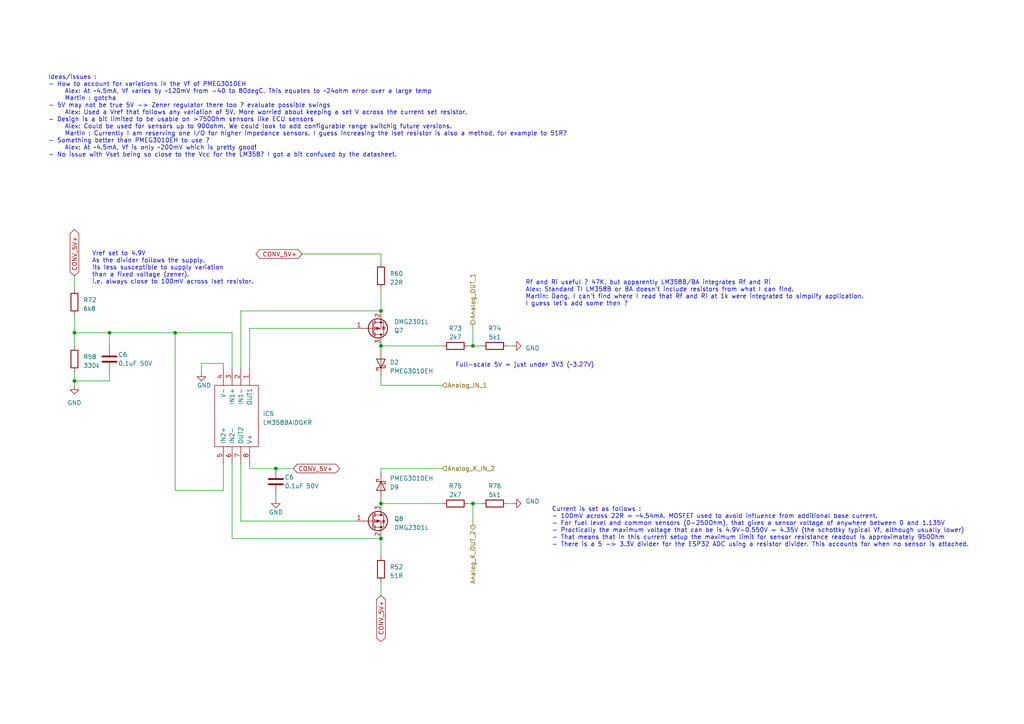
<source format=kicad_sch>
(kicad_sch (version 20230121) (generator eeschema)
  (paper "A4")
  (title_block (title "Dual Op-Amp Constant current source resistive sensor") (date "2023-05-14") (rev "1.2.1") (comment 1 "https://github.com/martinroger/VXDash") (comment 2 "https://cadlab.io/projects/vxdash"))
  (lib_symbols
    (symbol "Device:C" (pin_numbers hide) (pin_names (offset 0.254))
      (property "Reference" "C" (at 0.635 2.54 0))
      (property "Value" "C" (at 0.635 -2.54 0))
      (symbol "C_0_1"
        (polyline (pts (xy -2.032 -0.762) (xy 2.032 -0.762)) (stroke (width 0.508)))
        (polyline (pts (xy -2.032 0.762) (xy 2.032 0.762)) (stroke (width 0.508)))
      )
      (symbol "C_1_1"
        (pin passive line (at 0 3.81 270) (length 2.794) (name "~") (number "1"))
        (pin passive line (at 0 -3.81 90) (length 2.794) (name "~") (number "2"))
      )
    )
    (symbol "Device:Q_PMOS_GSD" (pin_names (offset 0) hide)
      (property "Reference" "Q" (at 5.08 1.27 0))
      (property "Value" "Q_PMOS_GSD" (at 5.08 -1.27 0))
      (symbol "Q_PMOS_GSD_0_1"
        (polyline (pts (xy 0.254 0) (xy -2.54 0)))
        (polyline (pts (xy 0.254 1.905) (xy 0.254 -1.905)) (stroke (width 0.254)))
        (polyline (pts (xy 0.762 -1.27) (xy 0.762 -2.286)) (stroke (width 0.254)))
        (polyline (pts (xy 0.762 0.508) (xy 0.762 -0.508)) (stroke (width 0.254)))
        (polyline (pts (xy 0.762 2.286) (xy 0.762 1.27)) (stroke (width 0.254)))
        (polyline (pts (xy 2.54 2.54) (xy 2.54 1.778)))
        (polyline (pts (xy 2.54 -2.54) (xy 2.54 0) (xy 0.762 0)))
        (polyline (pts (xy 0.762 1.778) (xy 3.302 1.778) (xy 3.302 -1.778) (xy 0.762 -1.778)))
        (polyline (pts (xy 2.286 0) (xy 1.27 0.381) (xy 1.27 -0.381) (xy 2.286 0)) (fill (type outline)))
        (polyline (pts (xy 2.794 -0.508) (xy 2.921 -0.381) (xy 3.683 -0.381) (xy 3.81 -0.254)))
        (polyline (pts (xy 3.302 -0.381) (xy 2.921 0.254) (xy 3.683 0.254) (xy 3.302 -0.381)))
        (circle (center 1.651 0) (radius 2.794) (stroke (width 0.254)))
        (circle (center 2.54 -1.778) (radius 0.254) (fill (type outline)))
        (circle (center 2.54 1.778) (radius 0.254) (fill (type outline)))
      )
      (symbol "Q_PMOS_GSD_1_1"
        (pin input line (at -5.08 0 0) (length 2.54) (name "G") (number "1"))
        (pin passive line (at 2.54 -5.08 90) (length 2.54) (name "S") (number "2"))
        (pin passive line (at 2.54 5.08 270) (length 2.54) (name "D") (number "3"))
      )
    )
    (symbol "Device:R" (pin_numbers hide) (pin_names (offset 0))
      (property "Reference" "R" (at 2.032 0 90))
      (property "Value" "R" (at 0 0 90))
      (symbol "R_0_1"
        (rectangle (start -1.016 -2.54) (end 1.016 2.54) (stroke (width 0.254)))
      )
      (symbol "R_1_1"
        (pin passive line (at 0 3.81 270) (length 1.27) (name "~") (number "1"))
        (pin passive line (at 0 -3.81 90) (length 1.27) (name "~") (number "2"))
      )
    )
    (symbol "Diode:PMEG3010EH" (pin_numbers hide) (pin_names hide)
      (property "Reference" "D" (at 0 2.54 0))
      (property "Value" "PMEG3010EH" (at 0 -2.54 0))
      (symbol "PMEG3010EH_0_1"
        (polyline (pts (xy 1.27 0) (xy -1.27 0)))
        (polyline (pts (xy 1.27 1.27) (xy 1.27 -1.27) (xy -1.27 0) (xy 1.27 1.27)) (stroke (width 0.2032)))
        (polyline (pts (xy -1.905 0.635) (xy -1.905 1.27) (xy -1.27 1.27) (xy -1.27 -1.27) (xy -0.635 -1.27) (xy -0.635 -0.635)) (stroke (width 0.2032)))
      )
      (symbol "PMEG3010EH_1_1"
        (pin passive line (at -3.81 0 0) (length 2.54) (name "K") (number "1"))
        (pin passive line (at 3.81 0 180) (length 2.54) (name "A") (number "2"))
      )
    )
    (symbol "SamacSys_Parts:LM358BAIDGKR" (pin_names (offset 0.762))
      (property "Reference" "IC" (at 24.13 7.62 0))
      (property "Value" "LM358BAIDGKR" (at 24.13 5.08 0))
      (symbol "LM358BAIDGKR_0_0"
        (pin passive line (at 0 0 0) (length 5.08) (name "OUT1") (number "1"))
        (pin passive line (at 0 -2.54 0) (length 5.08) (name "IN1-") (number "2"))
        (pin passive line (at 0 -5.08 0) (length 5.08) (name "IN1+") (number "3"))
        (pin passive line (at 0 -7.62 0) (length 5.08) (name "V-") (number "4"))
        (pin passive line (at 27.94 -7.62 180) (length 5.08) (name "IN2+") (number "5"))
        (pin passive line (at 27.94 -5.08 180) (length 5.08) (name "IN2-") (number "6"))
        (pin passive line (at 27.94 -2.54 180) (length 5.08) (name "OUT2") (number "7"))
        (pin passive line (at 27.94 0 180) (length 5.08) (name "V+") (number "8"))
      )
      (symbol "LM358BAIDGKR_0_1"
        (polyline (pts (xy 5.08 2.54) (xy 22.86 2.54) (xy 22.86 -10.16) (xy 5.08 -10.16) (xy 5.08 2.54)) (stroke (width 0.1524)))
      )
    )
    (symbol "power:GND" (power) (pin_names (offset 0))
      (property "Value" "GND" (at 0 -3.81 0))
      (symbol "GND_0_1"
        (polyline (pts (xy 0 0) (xy 0 -1.27) (xy 1.27 -1.27) (xy 0 -2.54) (xy -1.27 -1.27) (xy 0 -1.27)))
      )
      (symbol "GND_1_1"
        (pin power_in line (at 0 0 270) (length 0) hide (name "GND") (number "1"))
      )
    )
  )
  (junction (at 137.16 100.33))
  (junction (at 31.75 96.52))
  (junction (at 80.01 135.89))
  (junction (at 21.59 96.52))
  (junction (at 21.59 110.49))
  (junction (at 110.49 146.05))
  (junction (at 110.49 90.17))
  (junction (at 50.8 96.52))
  (junction (at 110.49 100.33))
  (junction (at 110.49 156.21))
  (junction (at 137.16 146.05))
  (wire (pts (xy 67.31 134.62) (xy 67.31 156.21)))
  (wire (pts (xy 110.49 146.05) (xy 110.49 144.78)))
  (wire (pts (xy 21.59 96.52) (xy 21.59 100.33)))
  (wire (pts (xy 147.32 146.05) (xy 148.59 146.05)))
  (wire (pts (xy 110.49 83.82) (xy 110.49 90.17)))
  (wire (pts (xy 72.39 135.89) (xy 80.01 135.89)))
  (wire (pts (xy 110.49 73.66) (xy 110.49 76.2)))
  (wire (pts (xy 21.59 91.44) (xy 21.59 96.52)))
  (wire (pts (xy 69.85 90.17) (xy 110.49 90.17)))
  (wire (pts (xy 110.49 111.76) (xy 128.27 111.76)))
  (wire (pts (xy 31.75 96.52) (xy 31.75 100.33)))
  (wire (pts (xy 110.49 109.22) (xy 110.49 111.76)))
  (wire (pts (xy 64.77 134.62) (xy 64.77 142.24)))
  (wire (pts (xy 72.39 134.62) (xy 72.39 135.89)))
  (wire (pts (xy 110.49 172.72) (xy 110.49 168.91)))
  (wire (pts (xy 110.49 100.33) (xy 110.49 101.6)))
  (wire (pts (xy 72.39 106.68) (xy 72.39 95.25)))
  (wire (pts (xy 87.63 73.66) (xy 110.49 73.66)))
  (wire (pts (xy 50.8 142.24) (xy 50.8 96.52)))
  (wire (pts (xy 69.85 151.13) (xy 102.87 151.13)))
  (wire (pts (xy 110.49 100.33) (xy 128.27 100.33)))
  (wire (pts (xy 80.01 144.78) (xy 80.01 143.51)))
  (wire (pts (xy 58.42 105.41) (xy 64.77 105.41)))
  (wire (pts (xy 21.59 110.49) (xy 21.59 111.76)))
  (wire (pts (xy 137.16 146.05) (xy 137.16 152.4)))
  (wire (pts (xy 139.7 100.33) (xy 137.16 100.33)))
  (wire (pts (xy 21.59 96.52) (xy 31.75 96.52)))
  (wire (pts (xy 72.39 95.25) (xy 102.87 95.25)))
  (wire (pts (xy 147.32 100.33) (xy 148.59 100.33)))
  (wire (pts (xy 50.8 96.52) (xy 67.31 96.52)))
  (wire (pts (xy 67.31 106.68) (xy 67.31 96.52)))
  (wire (pts (xy 31.75 107.95) (xy 31.75 110.49)))
  (wire (pts (xy 135.89 100.33) (xy 137.16 100.33)))
  (wire (pts (xy 31.75 96.52) (xy 50.8 96.52)))
  (wire (pts (xy 137.16 146.05) (xy 139.7 146.05)))
  (wire (pts (xy 64.77 142.24) (xy 50.8 142.24)))
  (wire (pts (xy 69.85 134.62) (xy 69.85 151.13)))
  (wire (pts (xy 137.16 93.98) (xy 137.16 100.33)))
  (wire (pts (xy 135.89 146.05) (xy 137.16 146.05)))
  (wire (pts (xy 58.42 107.95) (xy 58.42 105.41)))
  (wire (pts (xy 21.59 110.49) (xy 31.75 110.49)))
  (wire (pts (xy 21.59 107.95) (xy 21.59 110.49)))
  (wire (pts (xy 21.59 80.01) (xy 21.59 83.82)))
  (wire (pts (xy 110.49 161.29) (xy 110.49 156.21)))
  (wire (pts (xy 110.49 146.05) (xy 128.27 146.05)))
  (wire (pts (xy 110.49 156.21) (xy 67.31 156.21)))
  (wire (pts (xy 64.77 105.41) (xy 64.77 106.68)))
  (wire (pts (xy 69.85 106.68) (xy 69.85 90.17)))
  (wire (pts (xy 128.27 135.89) (xy 110.49 135.89)))
  (wire (pts (xy 80.01 135.89) (xy 85.09 135.89)))
  (wire (pts (xy 110.49 135.89) (xy 110.49 137.16)))
  (text "Current is set as follows :\n- 100mV across 22R = ~4.54mA. MOSFET used to avoid influence from additional base current.\n- For fuel level and common sensors (0-250Ohm), that gives a sensor voltage of anywhere between 0 and 1.135V\n- Practically the maximum voltage that can be is 4.9V-0.550V = 4.35V (the schottky typical Vf, although usually lower)\n- That means that in this current setup the maximum limit for sensor resistance readout is approximately 950Ohm\n- There is a 5 -> 3.3V divider for the ESP32 ADC using a resistor divider. This accounts for when no sensor is attached." (at 160.02 158.75 0) (effects (font (size 1.27 1.27)) (justify left bottom)))
  (text "Vref set to 4.9V\nAs the divider follows the supply,\nits less susceptible to supply variation \nthan a fixed voltage (zener).\ni.e. always close to 100mV across Iset resistor." (at 26.67 82.55 0) (effects (font (size 1.27 1.27)) (justify left bottom)))
  (text "Ideas/issues : \n- How to account for variations in the Vf of PMEG3010EH\n	Alex: At ~4.5mA, Vf varies by ~120mV from -40 to 80degC. This equates to ~24ohm error over a large temp\n	Martin : gotcha\n- 5V may not be true 5V -> Zener regulator there too ? evaluate possible swings\n	Alex: Used a Vref that follows any variation of 5V. More worried about keeping a set V across the current set resistor.\n- Design is a bit limited to be usable on >750Ohm sensors like ECU sensors\n	Alex: Could be used for sensors up to 900ohm. We could look to add configurable range switchig future versions.\n	Martin : Currently I am reserving one I/O for higher impedance sensors. I guess increasing the Iset resistor is also a method, for example to 51R?\n- Something better than PMEG3010EH to use ?\n	Alex: At ~4.5mA, Vf is only ~200mV which is pretty good!\n- No issue with Vset being so close to the Vcc for the LM358? I got a bit confused by the datasheet." (at 13.97 45.72 0) (effects (font (size 1.27 1.27)) (justify left bottom)))
  (text "Full-scale 5V = just under 3V3 (~3.27V)" (at 132.08 106.68 0) (effects (font (size 1.27 1.27)) (justify left bottom)))
  (text "Rf and Ri useful ? 47K, but apparently LM358B/BA integrates Rf and Ri\nAlex: Standard TI LM358B or BA doesn't include resistors from what I can find.\nMartin: Dang, I can't find where I read that Rf and Ri at 1k were integrated to simplify application. \nI guess let's add some then ?" (at 152.4 88.9 0) (effects (font (size 1.27 1.27)) (justify left bottom)))
  (global_label "CONV_5V+" (shape bidirectional) (at 85.09 135.89 0) (property "Intersheetrefs" "${INTERSHEET_REFS}" (effects hide)))
  (global_label "CONV_5V+" (shape bidirectional) (at 21.59 80.01 90) (property "Intersheetrefs" "${INTERSHEET_REFS}" (effects hide)))
  (global_label "CONV_5V+" (shape bidirectional) (at 110.49 172.72 270) (property "Intersheetrefs" "${INTERSHEET_REFS}" (effects hide)))
  (global_label "CONV_5V+" (shape bidirectional) (at 87.63 73.66 180) (property "Intersheetrefs" "${INTERSHEET_REFS}" (effects hide)))
  (hierarchical_label "Analog_K_OUT_2" (shape output) (at 137.16 152.4 270))
  (hierarchical_label "Analog_IN_1" (shape input) (at 128.27 111.76 0))
  (hierarchical_label "Analog_OUT_1" (shape output) (at 137.16 93.98 90))
  (hierarchical_label "Analog_K_IN_2" (shape input) (at 128.27 135.89 0))
  (symbol (lib_id "Device:C") (at 80.01 139.7 0) (mirror x) (unit 1)
    (property "Reference" "C6" (at 82.55 138.43 0) (effects (justify left)))
    (property "Value" "0.1uF 50V" (at 82.55 140.97 0) (effects (justify left)))
    (property "Footprint" "Capacitor_SMD:C_0603_1608Metric" (effects hide))
    (property "Datasheet" "https://media.digikey.com/pdf/Data%20Sheets/Samsung%20PDFs/CL10B104KB8NNWC_Spec.pdf" (effects hide))
    (property "Manufacturer_Part_Number" "CL10B104KB8NNWC" (effects hide))
    (property "Manufacturer_Name" "Samsung" (effects hide))
    (property "Description" "CAP CER 0.1UF 50V X7R 0603" (effects hide))
    (instances (project "DashSpy" (path "" (reference "C6") (unit 1))) (project "VXDash" (path "" (reference "C35") (unit 1)) (path "" (reference "C37") (unit 1)) (path "" (reference "C13") (unit 1)) (path "" (reference "C14") (unit 1)) (path "" (reference "C42") (unit 1))))
  )
  (symbol (lib_id "Device:R") (at 21.59 87.63 0) (unit 1)
    (property "Reference" "R72" (at 24.13 86.995 0) (effects (justify left)))
    (property "Value" "6k8" (at 24.13 89.535 0) (effects (justify left)))
    (property "Footprint" "Resistor_SMD:R_0603_1608Metric" (effects hide))
    (instances (project "VXDash" (path "" (reference "R72") (unit 1)) (path "" (reference "R48") (unit 1)) (path "" (reference "R56") (unit 1))))
  )
  (symbol (lib_id "Diode:PMEG3010EH") (at 110.49 105.41 90) (unit 1)
    (property "Reference" "D2" (at 113.03 105.0925 90) (effects (justify right)))
    (property "Value" "PMEG3010EH" (at 113.03 107.6325 90) (effects (justify right)))
    (property "Footprint" "Diode_SMD:D_SOD-123F" (effects hide))
    (property "Datasheet" "https://assets.nexperia.com/documents/data-sheet/PMEG3010EH_EJ_ET.pdf" (effects hide))
    (property "Description" "DIODE SCHOTTKY 30V 1A SOD123F" (effects hide))
    (property "Manufacturer_Name" "Nexperia" (effects hide))
    (property "Manufacturer_Part_Number" "PMEG3010EH,115" (effects hide))
    (instances (project "VXDash" (path "" (reference "D2") (unit 1)) (path "" (reference "D3") (unit 1)) (path "" (reference "D5") (unit 1))))
  )
  (symbol (lib_id "power:GND") (at 148.59 146.05 90) (mirror x) (unit 1)
    (property "Reference" "#PWR072" (effects hide))
    (property "Value" "GND" (at 152.4 145.415 90) (effects (justify right)))
    (instances (project "VXDash" (path "" (reference "#PWR072") (unit 1)) (path "" (reference "#PWR073") (unit 1)) (path "" (reference "#PWR076") (unit 1))))
  )
  (symbol (lib_id "Device:R") (at 110.49 165.1 0) (unit 1)
    (property "Reference" "R52" (at 113.03 164.465 0) (effects (justify left)))
    (property "Value" "51R" (at 113.03 167.005 0) (effects (justify left)))
    (property "Footprint" "Resistor_SMD:R_0603_1608Metric" (effects hide))
    (instances (project "VXDash" (path "" (reference "R52") (unit 1)) (path "" (reference "R50") (unit 1)) (path "" (reference "R66") (unit 1))))
  )
  (symbol (lib_id "Device:R") (at 132.08 100.33 90) (unit 1)
    (property "Reference" "R73" (at 132.08 95.25 90))
    (property "Value" "2k7" (at 132.08 97.79 90))
    (property "Footprint" "Resistor_SMD:R_0603_1608Metric" (effects hide))
    (property "Description" "RES 2.7K OHM 1% 1/10W 0603" (effects hide))
    (instances (project "VXDash" (path "" (reference "R73") (unit 1)) (path "" (reference "R51") (unit 1)) (path "" (reference "R67") (unit 1))))
  )
  (symbol (lib_id "power:GND") (at 148.59 100.33 90) (unit 1)
    (property "Reference" "#PWR071" (effects hide))
    (property "Value" "GND" (at 152.4 100.965 90) (effects (justify right)))
    (instances (project "VXDash" (path "" (reference "#PWR071") (unit 1)) (path "" (reference "#PWR061") (unit 1)) (path "" (reference "#PWR075") (unit 1))))
  )
  (symbol (lib_id "Device:R") (at 132.08 146.05 90) (mirror x) (unit 1)
    (property "Reference" "R75" (at 132.08 140.97 90))
    (property "Value" "2k7" (at 132.08 143.51 90))
    (property "Footprint" "Resistor_SMD:R_0603_1608Metric" (effects hide))
    (property "Description" "RES 2.7K OHM 1% 1/10W 0603" (effects hide))
    (instances (project "VXDash" (path "" (reference "R75") (unit 1)) (path "" (reference "R53") (unit 1)) (path "" (reference "R68") (unit 1))))
  )
  (symbol (lib_id "power:GND") (at 58.42 107.95 0) (unit 1)
    (property "Reference" "#PWR064" (effects hide))
    (property "Value" "GND" (at 57.15 111.76 0) (effects (justify left)))
    (instances (project "VXDash" (path "" (reference "#PWR064") (unit 1)) (path "" (reference "#PWR059") (unit 1)) (path "" (reference "#PWR063") (unit 1))))
  )
  (symbol (lib_id "Device:Q_PMOS_GSD") (at 107.95 95.25 0) (mirror x) (unit 1)
    (property "Reference" "Q7" (at 114.3 95.885 0) (effects (justify left)))
    (property "Value" "DMG2301L" (at 114.3 93.345 0) (effects (justify left)))
    (property "Footprint" "Package_TO_SOT_SMD:SOT-23" (effects hide))
    (instances (project "VXDash" (path "" (reference "Q7") (unit 1)) (path "" (reference "Q3") (unit 1)) (path "" (reference "Q5") (unit 1))))
  )
  (symbol (lib_id "Device:R") (at 143.51 100.33 90) (unit 1)
    (property "Reference" "R74" (at 143.51 95.25 90))
    (property "Value" "5k1" (at 143.51 97.79 90))
    (property "Footprint" "Resistor_SMD:R_0603_1608Metric" (effects hide))
    (property "Description" "RES 5.1K OHM 1% 1/10W 0603" (effects hide))
    (instances (project "VXDash" (path "" (reference "R74") (unit 1)) (path "" (reference "R54") (unit 1)) (path "" (reference "R69") (unit 1))))
  )
  (symbol (lib_id "Device:R") (at 21.59 104.14 0) (unit 1)
    (property "Reference" "R58" (at 24.13 103.505 0) (effects (justify left)))
    (property "Value" "330k" (at 24.13 106.045 0) (effects (justify left)))
    (property "Footprint" "Resistor_SMD:R_0603_1608Metric" (effects hide))
    (instances (project "VXDash" (path "" (reference "R58") (unit 1)) (path "" (reference "R57") (unit 1)) (path "" (reference "R59") (unit 1))))
  )
  (symbol (lib_id "Device:R") (at 110.49 80.01 0) (unit 1)
    (property "Reference" "R60" (at 113.03 79.375 0) (effects (justify left)))
    (property "Value" "22R" (at 113.03 81.915 0) (effects (justify left)))
    (property "Footprint" "Resistor_SMD:R_0603_1608Metric" (effects hide))
    (instances (project "VXDash" (path "" (reference "R60") (unit 1)) (path "" (reference "R49") (unit 1)) (path "" (reference "R61") (unit 1))))
  )
  (symbol (lib_id "Device:Q_PMOS_GSD") (at 107.95 151.13 0) (unit 1)
    (property "Reference" "Q8" (at 114.3 150.495 0) (effects (justify left)))
    (property "Value" "DMG2301L" (at 114.3 153.035 0) (effects (justify left)))
    (property "Footprint" "Package_TO_SOT_SMD:SOT-23" (effects hide))
    (instances (project "VXDash" (path "" (reference "Q8") (unit 1)) (path "" (reference "Q4") (unit 1)) (path "" (reference "Q6") (unit 1))))
  )
  (symbol (lib_id "Device:C") (at 31.75 104.14 0) (mirror x) (unit 1)
    (property "Reference" "C6" (at 34.29 102.87 0) (effects (justify left)))
    (property "Value" "0.1uF 50V" (at 34.29 105.41 0) (effects (justify left)))
    (property "Footprint" "Capacitor_SMD:C_0603_1608Metric" (effects hide))
    (property "Datasheet" "https://media.digikey.com/pdf/Data%20Sheets/Samsung%20PDFs/CL10B104KB8NNWC_Spec.pdf" (effects hide))
    (property "Manufacturer_Part_Number" "CL10B104KB8NNWC" (effects hide))
    (property "Manufacturer_Name" "Samsung" (effects hide))
    (property "Description" "CAP CER 0.1UF 50V X7R 0603" (effects hide))
    (instances (project "DashSpy" (path "" (reference "C6") (unit 1))) (project "VXDash" (path "" (reference "C35") (unit 1)) (path "" (reference "C37") (unit 1)) (path "" (reference "C41") (unit 1)) (path "" (reference "C40") (unit 1)) (path "" (reference "C15") (unit 1))))
  )
  (symbol (lib_id "power:GND") (at 80.01 144.78 0) (unit 1)
    (property "Reference" "#PWR069" (effects hide))
    (property "Value" "GND" (at 80.01 148.59 0))
    (instances (project "VXDash" (path "" (reference "#PWR069") (unit 1)) (path "" (reference "#PWR060") (unit 1)) (path "" (reference "#PWR074") (unit 1))))
  )
  (symbol (lib_id "Device:R") (at 143.51 146.05 90) (mirror x) (unit 1)
    (property "Reference" "R76" (at 143.51 140.97 90))
    (property "Value" "5k1" (at 143.51 143.51 90))
    (property "Footprint" "Resistor_SMD:R_0603_1608Metric" (effects hide))
    (property "Description" "RES 5.1K OHM 1% 1/10W 0603" (effects hide))
    (instances (project "VXDash" (path "" (reference "R76") (unit 1)) (path "" (reference "R55") (unit 1)) (path "" (reference "R70") (unit 1))))
  )
  (symbol (lib_id "power:GND") (at 21.59 111.76 0) (unit 1)
    (property "Reference" "#PWR070" (effects hide))
    (property "Value" "GND" (at 21.59 116.84 0))
    (instances (project "VXDash" (path "" (reference "#PWR070") (unit 1)) (path "" (reference "#PWR058") (unit 1)) (path "" (reference "#PWR062") (unit 1))))
  )
  (symbol (lib_id "Diode:PMEG3010EH") (at 110.49 140.97 90) (mirror x) (unit 1)
    (property "Reference" "D9" (at 113.03 141.2875 90) (effects (justify right)))
    (property "Value" "PMEG3010EH" (at 113.03 138.7475 90) (effects (justify right)))
    (property "Footprint" "Diode_SMD:D_SOD-123F" (effects hide))
    (property "Datasheet" "https://assets.nexperia.com/documents/data-sheet/PMEG3010EH_EJ_ET.pdf" (effects hide))
    (property "Description" "DIODE SCHOTTKY 30V 1A SOD123F" (effects hide))
    (property "Manufacturer_Name" "Nexperia" (effects hide))
    (property "Manufacturer_Part_Number" "PMEG3010EH,115" (effects hide))
    (instances (project "VXDash" (path "" (reference "D9") (unit 1)) (path "" (reference "D4") (unit 1)) (path "" (reference "D6") (unit 1))))
  )
  (symbol (lib_id "SamacSys_Parts:LM358BAIDGKR") (at 72.39 106.68 270) (unit 1)
    (property "Reference" "IC5" (at 76.2 120.015 90) (effects (justify left)))
    (property "Value" "LM358BAIDGKR" (at 76.2 122.555 90) (effects (justify left)))
    (property "Footprint" "SOP65P490X110-8N" (effects hide))
    (property "Datasheet" "https://www.ti.com/lit/ds/symlink/lm358ba.pdf" (effects hide))
    (property "Description" "Operational Amplifiers - Op Amps Industry-standard dual operational amplifier 8-SOIC -40 to 85" (effects hide))
    (property "Height" "1.1" (effects hide))
    (property "Manufacturer_Name" "Texas Instruments" (effects hide))
    (property "Manufacturer_Part_Number" "LM358BAIDGKR" (effects hide))
    (property "Mouser Part Number" "595-LM358BAIDGKR" (effects hide))
    (property "Mouser Price/Stock" "https://www.mouser.co.uk/ProductDetail/Texas-Instruments/LM358BAIDGKR?qs=e8oIoAS2J1R%252B6%252BUOvsCJXA%3D%3D" (effects hide))
    (property "Arrow Part Number" "LM358BAIDGKR" (effects hide))
    (property "Arrow Price/Stock" "https://www.arrow.com/en/products/lm358baidgkr/texas-instruments?region=nac" (effects hide))
    (instances (project "VXDash" (path "" (reference "IC5") (unit 1)) (path "" (reference "IC6") (unit 1)) (path "" (reference "IC7") (unit 1))))
  )
)
</source>
